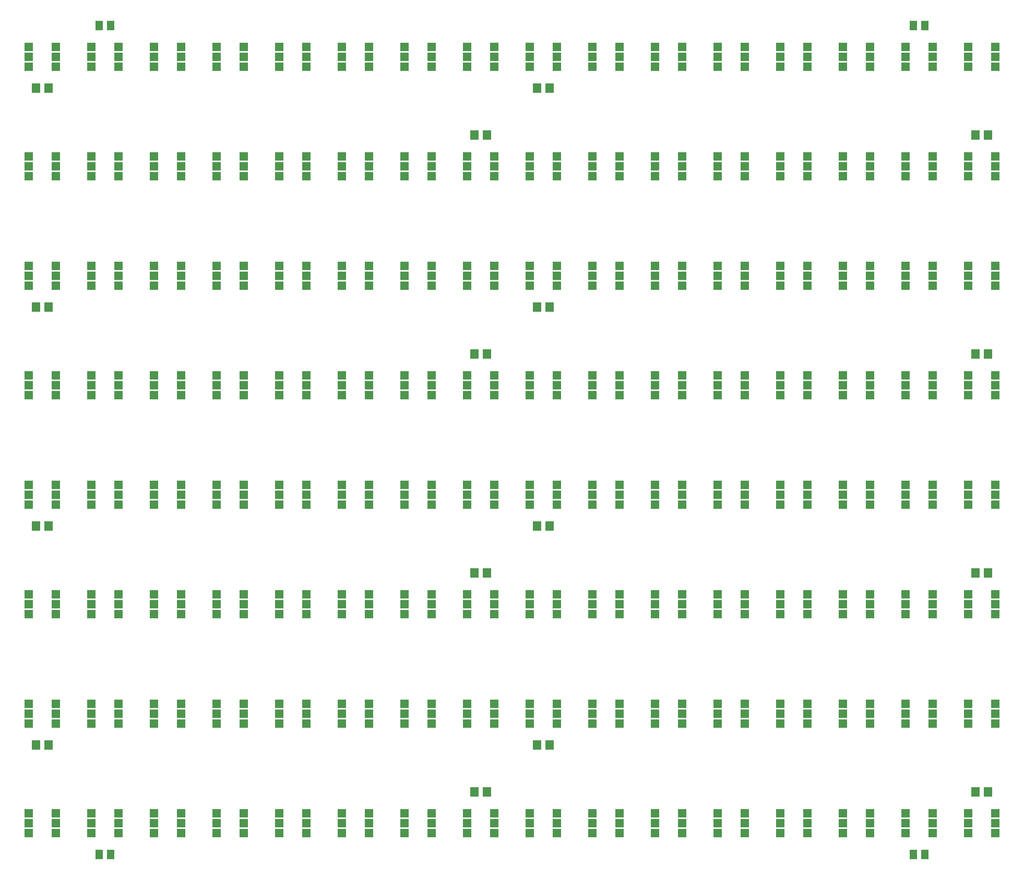
<source format=gtp>
G04 #@! TF.GenerationSoftware,KiCad,Pcbnew,no-vcs-found-bf44d39~61~ubuntu16.04.1*
G04 #@! TF.CreationDate,2018-01-06T22:41:00+05:30*
G04 #@! TF.ProjectId,chromogram,6368726F6D6F6772616D2E6B69636164,rev?*
G04 #@! TF.SameCoordinates,Original*
G04 #@! TF.FileFunction,Paste,Top*
G04 #@! TF.FilePolarity,Positive*
%FSLAX46Y46*%
G04 Gerber Fmt 4.6, Leading zero omitted, Abs format (unit mm)*
G04 Created by KiCad (PCBNEW no-vcs-found-bf44d39~61~ubuntu16.04.1) date Sat Jan  6 22:41:00 2018*
%MOMM*%
%LPD*%
G01*
G04 APERTURE LIST*
%ADD10R,1.300480X1.498600*%
%ADD11R,1.400000X1.400000*%
%ADD12R,1.350000X1.550000*%
G04 APERTURE END LIST*
D10*
X66357500Y-96520000D03*
X64452500Y-96520000D03*
D11*
X63205000Y-227660000D03*
X67605000Y-227660000D03*
X67605000Y-226060000D03*
X63205000Y-226060000D03*
X63205000Y-224460000D03*
X67605000Y-224460000D03*
X195285000Y-120980000D03*
X199685000Y-120980000D03*
X199685000Y-119380000D03*
X195285000Y-119380000D03*
X195285000Y-117780000D03*
X199685000Y-117780000D03*
X57445000Y-100000000D03*
X53045000Y-100000000D03*
X53045000Y-101600000D03*
X57445000Y-101600000D03*
X57445000Y-103200000D03*
X53045000Y-103200000D03*
X77765000Y-100000000D03*
X73365000Y-100000000D03*
X73365000Y-101600000D03*
X77765000Y-101600000D03*
X77765000Y-103200000D03*
X73365000Y-103200000D03*
X87925000Y-100000000D03*
X83525000Y-100000000D03*
X83525000Y-101600000D03*
X87925000Y-101600000D03*
X87925000Y-103200000D03*
X83525000Y-103200000D03*
X98085000Y-100000000D03*
X93685000Y-100000000D03*
X93685000Y-101600000D03*
X98085000Y-101600000D03*
X98085000Y-103200000D03*
X93685000Y-103200000D03*
X108245000Y-100000000D03*
X103845000Y-100000000D03*
X103845000Y-101600000D03*
X108245000Y-101600000D03*
X108245000Y-103200000D03*
X103845000Y-103200000D03*
X118405000Y-100000000D03*
X114005000Y-100000000D03*
X114005000Y-101600000D03*
X118405000Y-101600000D03*
X118405000Y-103200000D03*
X114005000Y-103200000D03*
X128565000Y-100000000D03*
X124165000Y-100000000D03*
X124165000Y-101600000D03*
X128565000Y-101600000D03*
X128565000Y-103200000D03*
X124165000Y-103200000D03*
X138725000Y-100000000D03*
X134325000Y-100000000D03*
X134325000Y-101600000D03*
X138725000Y-101600000D03*
X138725000Y-103200000D03*
X134325000Y-103200000D03*
X148885000Y-100000000D03*
X144485000Y-100000000D03*
X144485000Y-101600000D03*
X148885000Y-101600000D03*
X148885000Y-103200000D03*
X144485000Y-103200000D03*
X159045000Y-100000000D03*
X154645000Y-100000000D03*
X154645000Y-101600000D03*
X159045000Y-101600000D03*
X159045000Y-103200000D03*
X154645000Y-103200000D03*
X169205000Y-100000000D03*
X164805000Y-100000000D03*
X164805000Y-101600000D03*
X169205000Y-101600000D03*
X169205000Y-103200000D03*
X164805000Y-103200000D03*
X179365000Y-100000000D03*
X174965000Y-100000000D03*
X174965000Y-101600000D03*
X179365000Y-101600000D03*
X179365000Y-103200000D03*
X174965000Y-103200000D03*
X189525000Y-100000000D03*
X185125000Y-100000000D03*
X185125000Y-101600000D03*
X189525000Y-101600000D03*
X189525000Y-103200000D03*
X185125000Y-103200000D03*
X199685000Y-100000000D03*
X195285000Y-100000000D03*
X195285000Y-101600000D03*
X199685000Y-101600000D03*
X199685000Y-103200000D03*
X195285000Y-103200000D03*
X209845000Y-100000000D03*
X205445000Y-100000000D03*
X205445000Y-101600000D03*
X209845000Y-101600000D03*
X209845000Y-103200000D03*
X205445000Y-103200000D03*
X205445000Y-120980000D03*
X209845000Y-120980000D03*
X209845000Y-119380000D03*
X205445000Y-119380000D03*
X205445000Y-117780000D03*
X209845000Y-117780000D03*
X185125000Y-120980000D03*
X189525000Y-120980000D03*
X189525000Y-119380000D03*
X185125000Y-119380000D03*
X185125000Y-117780000D03*
X189525000Y-117780000D03*
X174965000Y-120980000D03*
X179365000Y-120980000D03*
X179365000Y-119380000D03*
X174965000Y-119380000D03*
X174965000Y-117780000D03*
X179365000Y-117780000D03*
X164805000Y-120980000D03*
X169205000Y-120980000D03*
X169205000Y-119380000D03*
X164805000Y-119380000D03*
X164805000Y-117780000D03*
X169205000Y-117780000D03*
X154645000Y-120980000D03*
X159045000Y-120980000D03*
X159045000Y-119380000D03*
X154645000Y-119380000D03*
X154645000Y-117780000D03*
X159045000Y-117780000D03*
X144485000Y-120980000D03*
X148885000Y-120980000D03*
X148885000Y-119380000D03*
X144485000Y-119380000D03*
X144485000Y-117780000D03*
X148885000Y-117780000D03*
X134325000Y-120980000D03*
X138725000Y-120980000D03*
X138725000Y-119380000D03*
X134325000Y-119380000D03*
X134325000Y-117780000D03*
X138725000Y-117780000D03*
X124165000Y-120980000D03*
X128565000Y-120980000D03*
X128565000Y-119380000D03*
X124165000Y-119380000D03*
X124165000Y-117780000D03*
X128565000Y-117780000D03*
X114005000Y-120980000D03*
X118405000Y-120980000D03*
X118405000Y-119380000D03*
X114005000Y-119380000D03*
X114005000Y-117780000D03*
X118405000Y-117780000D03*
X103845000Y-120980000D03*
X108245000Y-120980000D03*
X108245000Y-119380000D03*
X103845000Y-119380000D03*
X103845000Y-117780000D03*
X108245000Y-117780000D03*
X93685000Y-120980000D03*
X98085000Y-120980000D03*
X98085000Y-119380000D03*
X93685000Y-119380000D03*
X93685000Y-117780000D03*
X98085000Y-117780000D03*
X83525000Y-120980000D03*
X87925000Y-120980000D03*
X87925000Y-119380000D03*
X83525000Y-119380000D03*
X83525000Y-117780000D03*
X87925000Y-117780000D03*
X73365000Y-120980000D03*
X77765000Y-120980000D03*
X77765000Y-119380000D03*
X73365000Y-119380000D03*
X73365000Y-117780000D03*
X77765000Y-117780000D03*
X63205000Y-120980000D03*
X67605000Y-120980000D03*
X67605000Y-119380000D03*
X63205000Y-119380000D03*
X63205000Y-117780000D03*
X67605000Y-117780000D03*
X53045000Y-120980000D03*
X57445000Y-120980000D03*
X57445000Y-119380000D03*
X53045000Y-119380000D03*
X53045000Y-117780000D03*
X57445000Y-117780000D03*
X57445000Y-135560000D03*
X53045000Y-135560000D03*
X53045000Y-137160000D03*
X57445000Y-137160000D03*
X57445000Y-138760000D03*
X53045000Y-138760000D03*
X67605000Y-135560000D03*
X63205000Y-135560000D03*
X63205000Y-137160000D03*
X67605000Y-137160000D03*
X67605000Y-138760000D03*
X63205000Y-138760000D03*
X77765000Y-135560000D03*
X73365000Y-135560000D03*
X73365000Y-137160000D03*
X77765000Y-137160000D03*
X77765000Y-138760000D03*
X73365000Y-138760000D03*
X87925000Y-135560000D03*
X83525000Y-135560000D03*
X83525000Y-137160000D03*
X87925000Y-137160000D03*
X87925000Y-138760000D03*
X83525000Y-138760000D03*
X98085000Y-135560000D03*
X93685000Y-135560000D03*
X93685000Y-137160000D03*
X98085000Y-137160000D03*
X98085000Y-138760000D03*
X93685000Y-138760000D03*
X108245000Y-135560000D03*
X103845000Y-135560000D03*
X103845000Y-137160000D03*
X108245000Y-137160000D03*
X108245000Y-138760000D03*
X103845000Y-138760000D03*
X118405000Y-135560000D03*
X114005000Y-135560000D03*
X114005000Y-137160000D03*
X118405000Y-137160000D03*
X118405000Y-138760000D03*
X114005000Y-138760000D03*
X128565000Y-135560000D03*
X124165000Y-135560000D03*
X124165000Y-137160000D03*
X128565000Y-137160000D03*
X128565000Y-138760000D03*
X124165000Y-138760000D03*
X138725000Y-135560000D03*
X134325000Y-135560000D03*
X134325000Y-137160000D03*
X138725000Y-137160000D03*
X138725000Y-138760000D03*
X134325000Y-138760000D03*
X148885000Y-135560000D03*
X144485000Y-135560000D03*
X144485000Y-137160000D03*
X148885000Y-137160000D03*
X148885000Y-138760000D03*
X144485000Y-138760000D03*
X159045000Y-135560000D03*
X154645000Y-135560000D03*
X154645000Y-137160000D03*
X159045000Y-137160000D03*
X159045000Y-138760000D03*
X154645000Y-138760000D03*
X169205000Y-135560000D03*
X164805000Y-135560000D03*
X164805000Y-137160000D03*
X169205000Y-137160000D03*
X169205000Y-138760000D03*
X164805000Y-138760000D03*
X179365000Y-135560000D03*
X174965000Y-135560000D03*
X174965000Y-137160000D03*
X179365000Y-137160000D03*
X179365000Y-138760000D03*
X174965000Y-138760000D03*
X189525000Y-135560000D03*
X185125000Y-135560000D03*
X185125000Y-137160000D03*
X189525000Y-137160000D03*
X189525000Y-138760000D03*
X185125000Y-138760000D03*
X199685000Y-135560000D03*
X195285000Y-135560000D03*
X195285000Y-137160000D03*
X199685000Y-137160000D03*
X199685000Y-138760000D03*
X195285000Y-138760000D03*
X209845000Y-135560000D03*
X205445000Y-135560000D03*
X205445000Y-137160000D03*
X209845000Y-137160000D03*
X209845000Y-138760000D03*
X205445000Y-138760000D03*
X205445000Y-156540000D03*
X209845000Y-156540000D03*
X209845000Y-154940000D03*
X205445000Y-154940000D03*
X205445000Y-153340000D03*
X209845000Y-153340000D03*
X195285000Y-156540000D03*
X199685000Y-156540000D03*
X199685000Y-154940000D03*
X195285000Y-154940000D03*
X195285000Y-153340000D03*
X199685000Y-153340000D03*
X185125000Y-156540000D03*
X189525000Y-156540000D03*
X189525000Y-154940000D03*
X185125000Y-154940000D03*
X185125000Y-153340000D03*
X189525000Y-153340000D03*
X174965000Y-156540000D03*
X179365000Y-156540000D03*
X179365000Y-154940000D03*
X174965000Y-154940000D03*
X174965000Y-153340000D03*
X179365000Y-153340000D03*
X164805000Y-156540000D03*
X169205000Y-156540000D03*
X169205000Y-154940000D03*
X164805000Y-154940000D03*
X164805000Y-153340000D03*
X169205000Y-153340000D03*
X154645000Y-156540000D03*
X159045000Y-156540000D03*
X159045000Y-154940000D03*
X154645000Y-154940000D03*
X154645000Y-153340000D03*
X159045000Y-153340000D03*
X144485000Y-156540000D03*
X148885000Y-156540000D03*
X148885000Y-154940000D03*
X144485000Y-154940000D03*
X144485000Y-153340000D03*
X148885000Y-153340000D03*
X134325000Y-156540000D03*
X138725000Y-156540000D03*
X138725000Y-154940000D03*
X134325000Y-154940000D03*
X134325000Y-153340000D03*
X138725000Y-153340000D03*
X124165000Y-156540000D03*
X128565000Y-156540000D03*
X128565000Y-154940000D03*
X124165000Y-154940000D03*
X124165000Y-153340000D03*
X128565000Y-153340000D03*
X114005000Y-156540000D03*
X118405000Y-156540000D03*
X118405000Y-154940000D03*
X114005000Y-154940000D03*
X114005000Y-153340000D03*
X118405000Y-153340000D03*
X103845000Y-156540000D03*
X108245000Y-156540000D03*
X108245000Y-154940000D03*
X103845000Y-154940000D03*
X103845000Y-153340000D03*
X108245000Y-153340000D03*
X93685000Y-156540000D03*
X98085000Y-156540000D03*
X98085000Y-154940000D03*
X93685000Y-154940000D03*
X93685000Y-153340000D03*
X98085000Y-153340000D03*
X83525000Y-156540000D03*
X87925000Y-156540000D03*
X87925000Y-154940000D03*
X83525000Y-154940000D03*
X83525000Y-153340000D03*
X87925000Y-153340000D03*
X73365000Y-156540000D03*
X77765000Y-156540000D03*
X77765000Y-154940000D03*
X73365000Y-154940000D03*
X73365000Y-153340000D03*
X77765000Y-153340000D03*
X63205000Y-156540000D03*
X67605000Y-156540000D03*
X67605000Y-154940000D03*
X63205000Y-154940000D03*
X63205000Y-153340000D03*
X67605000Y-153340000D03*
X53045000Y-156540000D03*
X57445000Y-156540000D03*
X57445000Y-154940000D03*
X53045000Y-154940000D03*
X53045000Y-153340000D03*
X57445000Y-153340000D03*
X57445000Y-171120000D03*
X53045000Y-171120000D03*
X53045000Y-172720000D03*
X57445000Y-172720000D03*
X57445000Y-174320000D03*
X53045000Y-174320000D03*
X67605000Y-171120000D03*
X63205000Y-171120000D03*
X63205000Y-172720000D03*
X67605000Y-172720000D03*
X67605000Y-174320000D03*
X63205000Y-174320000D03*
X77765000Y-171120000D03*
X73365000Y-171120000D03*
X73365000Y-172720000D03*
X77765000Y-172720000D03*
X77765000Y-174320000D03*
X73365000Y-174320000D03*
X87925000Y-171120000D03*
X83525000Y-171120000D03*
X83525000Y-172720000D03*
X87925000Y-172720000D03*
X87925000Y-174320000D03*
X83525000Y-174320000D03*
X98085000Y-171120000D03*
X93685000Y-171120000D03*
X93685000Y-172720000D03*
X98085000Y-172720000D03*
X98085000Y-174320000D03*
X93685000Y-174320000D03*
X108245000Y-171120000D03*
X103845000Y-171120000D03*
X103845000Y-172720000D03*
X108245000Y-172720000D03*
X108245000Y-174320000D03*
X103845000Y-174320000D03*
X118405000Y-171120000D03*
X114005000Y-171120000D03*
X114005000Y-172720000D03*
X118405000Y-172720000D03*
X118405000Y-174320000D03*
X114005000Y-174320000D03*
X128565000Y-171120000D03*
X124165000Y-171120000D03*
X124165000Y-172720000D03*
X128565000Y-172720000D03*
X128565000Y-174320000D03*
X124165000Y-174320000D03*
X138725000Y-171120000D03*
X134325000Y-171120000D03*
X134325000Y-172720000D03*
X138725000Y-172720000D03*
X138725000Y-174320000D03*
X134325000Y-174320000D03*
X148885000Y-171120000D03*
X144485000Y-171120000D03*
X144485000Y-172720000D03*
X148885000Y-172720000D03*
X148885000Y-174320000D03*
X144485000Y-174320000D03*
X159045000Y-171120000D03*
X154645000Y-171120000D03*
X154645000Y-172720000D03*
X159045000Y-172720000D03*
X159045000Y-174320000D03*
X154645000Y-174320000D03*
X169205000Y-171120000D03*
X164805000Y-171120000D03*
X164805000Y-172720000D03*
X169205000Y-172720000D03*
X169205000Y-174320000D03*
X164805000Y-174320000D03*
X179365000Y-171120000D03*
X174965000Y-171120000D03*
X174965000Y-172720000D03*
X179365000Y-172720000D03*
X179365000Y-174320000D03*
X174965000Y-174320000D03*
X189525000Y-171120000D03*
X185125000Y-171120000D03*
X185125000Y-172720000D03*
X189525000Y-172720000D03*
X189525000Y-174320000D03*
X185125000Y-174320000D03*
X199685000Y-171120000D03*
X195285000Y-171120000D03*
X195285000Y-172720000D03*
X199685000Y-172720000D03*
X199685000Y-174320000D03*
X195285000Y-174320000D03*
X209845000Y-171120000D03*
X205445000Y-171120000D03*
X205445000Y-172720000D03*
X209845000Y-172720000D03*
X209845000Y-174320000D03*
X205445000Y-174320000D03*
X205445000Y-192100000D03*
X209845000Y-192100000D03*
X209845000Y-190500000D03*
X205445000Y-190500000D03*
X205445000Y-188900000D03*
X209845000Y-188900000D03*
X195285000Y-192100000D03*
X199685000Y-192100000D03*
X199685000Y-190500000D03*
X195285000Y-190500000D03*
X195285000Y-188900000D03*
X199685000Y-188900000D03*
X185125000Y-192100000D03*
X189525000Y-192100000D03*
X189525000Y-190500000D03*
X185125000Y-190500000D03*
X185125000Y-188900000D03*
X189525000Y-188900000D03*
X174965000Y-192100000D03*
X179365000Y-192100000D03*
X179365000Y-190500000D03*
X174965000Y-190500000D03*
X174965000Y-188900000D03*
X179365000Y-188900000D03*
X164805000Y-192100000D03*
X169205000Y-192100000D03*
X169205000Y-190500000D03*
X164805000Y-190500000D03*
X164805000Y-188900000D03*
X169205000Y-188900000D03*
X154645000Y-192100000D03*
X159045000Y-192100000D03*
X159045000Y-190500000D03*
X154645000Y-190500000D03*
X154645000Y-188900000D03*
X159045000Y-188900000D03*
X144485000Y-192100000D03*
X148885000Y-192100000D03*
X148885000Y-190500000D03*
X144485000Y-190500000D03*
X144485000Y-188900000D03*
X148885000Y-188900000D03*
X134325000Y-192100000D03*
X138725000Y-192100000D03*
X138725000Y-190500000D03*
X134325000Y-190500000D03*
X134325000Y-188900000D03*
X138725000Y-188900000D03*
X124165000Y-192100000D03*
X128565000Y-192100000D03*
X128565000Y-190500000D03*
X124165000Y-190500000D03*
X124165000Y-188900000D03*
X128565000Y-188900000D03*
X114005000Y-192100000D03*
X118405000Y-192100000D03*
X118405000Y-190500000D03*
X114005000Y-190500000D03*
X114005000Y-188900000D03*
X118405000Y-188900000D03*
X103845000Y-192100000D03*
X108245000Y-192100000D03*
X108245000Y-190500000D03*
X103845000Y-190500000D03*
X103845000Y-188900000D03*
X108245000Y-188900000D03*
X93685000Y-192100000D03*
X98085000Y-192100000D03*
X98085000Y-190500000D03*
X93685000Y-190500000D03*
X93685000Y-188900000D03*
X98085000Y-188900000D03*
X83525000Y-192100000D03*
X87925000Y-192100000D03*
X87925000Y-190500000D03*
X83525000Y-190500000D03*
X83525000Y-188900000D03*
X87925000Y-188900000D03*
X73365000Y-192100000D03*
X77765000Y-192100000D03*
X77765000Y-190500000D03*
X73365000Y-190500000D03*
X73365000Y-188900000D03*
X77765000Y-188900000D03*
X63205000Y-192100000D03*
X67605000Y-192100000D03*
X67605000Y-190500000D03*
X63205000Y-190500000D03*
X63205000Y-188900000D03*
X67605000Y-188900000D03*
X53045000Y-192100000D03*
X57445000Y-192100000D03*
X57445000Y-190500000D03*
X53045000Y-190500000D03*
X53045000Y-188900000D03*
X57445000Y-188900000D03*
X57445000Y-206680000D03*
X53045000Y-206680000D03*
X53045000Y-208280000D03*
X57445000Y-208280000D03*
X57445000Y-209880000D03*
X53045000Y-209880000D03*
X67605000Y-206680000D03*
X63205000Y-206680000D03*
X63205000Y-208280000D03*
X67605000Y-208280000D03*
X67605000Y-209880000D03*
X63205000Y-209880000D03*
X77765000Y-206680000D03*
X73365000Y-206680000D03*
X73365000Y-208280000D03*
X77765000Y-208280000D03*
X77765000Y-209880000D03*
X73365000Y-209880000D03*
X87925000Y-206680000D03*
X83525000Y-206680000D03*
X83525000Y-208280000D03*
X87925000Y-208280000D03*
X87925000Y-209880000D03*
X83525000Y-209880000D03*
X98085000Y-206680000D03*
X93685000Y-206680000D03*
X93685000Y-208280000D03*
X98085000Y-208280000D03*
X98085000Y-209880000D03*
X93685000Y-209880000D03*
X108245000Y-206680000D03*
X103845000Y-206680000D03*
X103845000Y-208280000D03*
X108245000Y-208280000D03*
X108245000Y-209880000D03*
X103845000Y-209880000D03*
X118405000Y-206680000D03*
X114005000Y-206680000D03*
X114005000Y-208280000D03*
X118405000Y-208280000D03*
X118405000Y-209880000D03*
X114005000Y-209880000D03*
X128565000Y-206680000D03*
X124165000Y-206680000D03*
X124165000Y-208280000D03*
X128565000Y-208280000D03*
X128565000Y-209880000D03*
X124165000Y-209880000D03*
X138725000Y-206680000D03*
X134325000Y-206680000D03*
X134325000Y-208280000D03*
X138725000Y-208280000D03*
X138725000Y-209880000D03*
X134325000Y-209880000D03*
X148885000Y-206680000D03*
X144485000Y-206680000D03*
X144485000Y-208280000D03*
X148885000Y-208280000D03*
X148885000Y-209880000D03*
X144485000Y-209880000D03*
X159045000Y-206680000D03*
X154645000Y-206680000D03*
X154645000Y-208280000D03*
X159045000Y-208280000D03*
X159045000Y-209880000D03*
X154645000Y-209880000D03*
X169205000Y-206680000D03*
X164805000Y-206680000D03*
X164805000Y-208280000D03*
X169205000Y-208280000D03*
X169205000Y-209880000D03*
X164805000Y-209880000D03*
X179365000Y-206680000D03*
X174965000Y-206680000D03*
X174965000Y-208280000D03*
X179365000Y-208280000D03*
X179365000Y-209880000D03*
X174965000Y-209880000D03*
X189525000Y-206680000D03*
X185125000Y-206680000D03*
X185125000Y-208280000D03*
X189525000Y-208280000D03*
X189525000Y-209880000D03*
X185125000Y-209880000D03*
X199685000Y-206680000D03*
X195285000Y-206680000D03*
X195285000Y-208280000D03*
X199685000Y-208280000D03*
X199685000Y-209880000D03*
X195285000Y-209880000D03*
X209845000Y-206680000D03*
X205445000Y-206680000D03*
X205445000Y-208280000D03*
X209845000Y-208280000D03*
X209845000Y-209880000D03*
X205445000Y-209880000D03*
X205445000Y-227660000D03*
X209845000Y-227660000D03*
X209845000Y-226060000D03*
X205445000Y-226060000D03*
X205445000Y-224460000D03*
X209845000Y-224460000D03*
X195285000Y-227660000D03*
X199685000Y-227660000D03*
X199685000Y-226060000D03*
X195285000Y-226060000D03*
X195285000Y-224460000D03*
X199685000Y-224460000D03*
X185125000Y-227660000D03*
X189525000Y-227660000D03*
X189525000Y-226060000D03*
X185125000Y-226060000D03*
X185125000Y-224460000D03*
X189525000Y-224460000D03*
X174965000Y-227660000D03*
X179365000Y-227660000D03*
X179365000Y-226060000D03*
X174965000Y-226060000D03*
X174965000Y-224460000D03*
X179365000Y-224460000D03*
X164805000Y-227660000D03*
X169205000Y-227660000D03*
X169205000Y-226060000D03*
X164805000Y-226060000D03*
X164805000Y-224460000D03*
X169205000Y-224460000D03*
X154645000Y-227660000D03*
X159045000Y-227660000D03*
X159045000Y-226060000D03*
X154645000Y-226060000D03*
X154645000Y-224460000D03*
X159045000Y-224460000D03*
X144485000Y-227660000D03*
X148885000Y-227660000D03*
X148885000Y-226060000D03*
X144485000Y-226060000D03*
X144485000Y-224460000D03*
X148885000Y-224460000D03*
X134325000Y-227660000D03*
X138725000Y-227660000D03*
X138725000Y-226060000D03*
X134325000Y-226060000D03*
X134325000Y-224460000D03*
X138725000Y-224460000D03*
X124165000Y-227660000D03*
X128565000Y-227660000D03*
X128565000Y-226060000D03*
X124165000Y-226060000D03*
X124165000Y-224460000D03*
X128565000Y-224460000D03*
X114005000Y-227660000D03*
X118405000Y-227660000D03*
X118405000Y-226060000D03*
X114005000Y-226060000D03*
X114005000Y-224460000D03*
X118405000Y-224460000D03*
X103845000Y-227660000D03*
X108245000Y-227660000D03*
X108245000Y-226060000D03*
X103845000Y-226060000D03*
X103845000Y-224460000D03*
X108245000Y-224460000D03*
X93685000Y-227660000D03*
X98085000Y-227660000D03*
X98085000Y-226060000D03*
X93685000Y-226060000D03*
X93685000Y-224460000D03*
X98085000Y-224460000D03*
X83525000Y-227660000D03*
X87925000Y-227660000D03*
X87925000Y-226060000D03*
X83525000Y-226060000D03*
X83525000Y-224460000D03*
X87925000Y-224460000D03*
X73365000Y-227660000D03*
X77765000Y-227660000D03*
X77765000Y-226060000D03*
X73365000Y-226060000D03*
X73365000Y-224460000D03*
X77765000Y-224460000D03*
X53045000Y-227660000D03*
X57445000Y-227660000D03*
X57445000Y-226060000D03*
X53045000Y-226060000D03*
X53045000Y-224460000D03*
X57445000Y-224460000D03*
X67605000Y-100000000D03*
X63205000Y-100000000D03*
X63205000Y-101600000D03*
X67605000Y-101600000D03*
X67605000Y-103200000D03*
X63205000Y-103200000D03*
D10*
X66357500Y-231140000D03*
X64452500Y-231140000D03*
X196532500Y-231140000D03*
X198437500Y-231140000D03*
X196532500Y-96520000D03*
X198437500Y-96520000D03*
D12*
X56245000Y-106680000D03*
X54245000Y-106680000D03*
X137525000Y-106680000D03*
X135525000Y-106680000D03*
X206645000Y-114300000D03*
X208645000Y-114300000D03*
X125365000Y-114300000D03*
X127365000Y-114300000D03*
X56245000Y-142240000D03*
X54245000Y-142240000D03*
X137525000Y-142240000D03*
X135525000Y-142240000D03*
X206645000Y-149860000D03*
X208645000Y-149860000D03*
X125365000Y-149860000D03*
X127365000Y-149860000D03*
X56245000Y-177800000D03*
X54245000Y-177800000D03*
X137525000Y-177800000D03*
X135525000Y-177800000D03*
X206645000Y-185420000D03*
X208645000Y-185420000D03*
X125365000Y-185420000D03*
X127365000Y-185420000D03*
X56245000Y-213360000D03*
X54245000Y-213360000D03*
X137525000Y-213360000D03*
X135525000Y-213360000D03*
X206645000Y-220980000D03*
X208645000Y-220980000D03*
X125365000Y-220980000D03*
X127365000Y-220980000D03*
M02*

</source>
